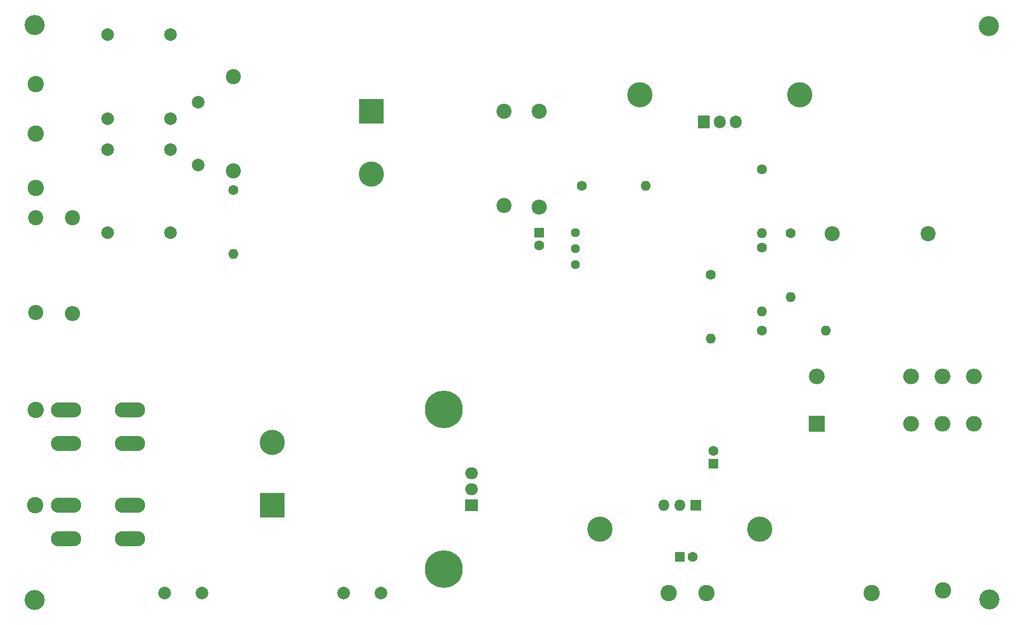
<source format=gbr>
G04 #@! TF.GenerationSoftware,KiCad,Pcbnew,(5.1.10-0-10_14)*
G04 #@! TF.CreationDate,2021-07-29T19:40:43+02:00*
G04 #@! TF.ProjectId,hv-power-supply-v1,68762d70-6f77-4657-922d-737570706c79,rev?*
G04 #@! TF.SameCoordinates,Original*
G04 #@! TF.FileFunction,Soldermask,Bot*
G04 #@! TF.FilePolarity,Negative*
%FSLAX46Y46*%
G04 Gerber Fmt 4.6, Leading zero omitted, Abs format (unit mm)*
G04 Created by KiCad (PCBNEW (5.1.10-0-10_14)) date 2021-07-29 19:40:43*
%MOMM*%
%LPD*%
G01*
G04 APERTURE LIST*
%ADD10O,1.600000X1.600000*%
%ADD11C,1.600000*%
%ADD12C,2.400000*%
%ADD13C,2.000000*%
%ADD14C,6.000000*%
%ADD15C,4.000000*%
%ADD16R,4.000000X4.000000*%
%ADD17R,2.000000X1.905000*%
%ADD18O,2.000000X1.905000*%
%ADD19O,2.400000X2.400000*%
%ADD20O,4.800600X2.400300*%
%ADD21R,1.600000X1.600000*%
%ADD22O,1.905000X2.000000*%
%ADD23R,1.905000X2.000000*%
%ADD24C,2.600000*%
%ADD25C,1.440000*%
%ADD26O,2.500000X2.500000*%
%ADD27R,2.500000X2.500000*%
%ADD28R,1.800000X1.800000*%
%ADD29O,1.800000X1.800000*%
%ADD30C,3.200000*%
G04 APERTURE END LIST*
D10*
X90805000Y-85788500D03*
D11*
X90805000Y-75628500D03*
D12*
X90805000Y-57594500D03*
X90805000Y-72594500D03*
D13*
X85217000Y-61628000D03*
X85217000Y-71628000D03*
D14*
X124206000Y-135890000D03*
X124206000Y-110490000D03*
D15*
X96990000Y-115753000D03*
D16*
X96990000Y-125753000D03*
D17*
X128613000Y-125753000D03*
D18*
X128613000Y-123213000D03*
X128613000Y-120673000D03*
D15*
X155410000Y-60475000D03*
X180810000Y-60475000D03*
X149060000Y-129563000D03*
X174460000Y-129563000D03*
D19*
X185991500Y-82550000D03*
D12*
X201231500Y-82550000D03*
D20*
X64224000Y-110640000D03*
X74384000Y-110640000D03*
X74384000Y-131087000D03*
X64224000Y-131087000D03*
X74384000Y-125753000D03*
X64224000Y-125753000D03*
X64224000Y-115974000D03*
X74384000Y-115974000D03*
D11*
X167094000Y-117149000D03*
D21*
X167094000Y-119149000D03*
D19*
X65214500Y-95313500D03*
D12*
X65214500Y-80073500D03*
D13*
X70828000Y-69238000D03*
X80828000Y-69238000D03*
X70828000Y-82446000D03*
X80828000Y-82446000D03*
X70828000Y-64285000D03*
X80828000Y-64285000D03*
X70828000Y-50950000D03*
X80828000Y-50950000D03*
D10*
X166649500Y-99273500D03*
D11*
X166649500Y-89113500D03*
D10*
X156337000Y-74930000D03*
D11*
X146177000Y-74930000D03*
D10*
X174777500Y-82509500D03*
D11*
X174777500Y-72349500D03*
D22*
X170650000Y-64793000D03*
X168110000Y-64793000D03*
D23*
X165570000Y-64793000D03*
D24*
X165951000Y-139723000D03*
X159982000Y-139723000D03*
X59398000Y-110640000D03*
X59271000Y-125753000D03*
X59398000Y-75334000D03*
X59398000Y-66698000D03*
X59398000Y-58824000D03*
D11*
X163760000Y-134008000D03*
D21*
X161760000Y-134008000D03*
D25*
X145186500Y-87526000D03*
X145186500Y-84986000D03*
X145186500Y-82446000D03*
D26*
X183496000Y-105299000D03*
X198496000Y-105299000D03*
X203496000Y-105299000D03*
X208496000Y-105299000D03*
X208496000Y-112799000D03*
X203496000Y-112799000D03*
X198496000Y-112799000D03*
D27*
X183496000Y-112799000D03*
D10*
X179349500Y-92669500D03*
D11*
X179349500Y-82509500D03*
D19*
X139382500Y-78359000D03*
D12*
X139382500Y-63119000D03*
D10*
X184937500Y-98003500D03*
D11*
X174777500Y-98003500D03*
D10*
X174777500Y-94955500D03*
D11*
X174777500Y-84795500D03*
D13*
X108293000Y-139723000D03*
X114262000Y-139723000D03*
X79845000Y-139723000D03*
X85814000Y-139723000D03*
D24*
X192240000Y-139723000D03*
X203543000Y-139342000D03*
D11*
X139382500Y-84423000D03*
D21*
X139382500Y-82423000D03*
D12*
X133794500Y-63119000D03*
X133794500Y-78119000D03*
D15*
X112712500Y-73119000D03*
D16*
X112712500Y-63119000D03*
D12*
X59372500Y-95073500D03*
X59372500Y-80073500D03*
D28*
X164300000Y-125753000D03*
D29*
X161760000Y-125753000D03*
X159220000Y-125753000D03*
D30*
X210947000Y-140716000D03*
X59182000Y-140843000D03*
X210820000Y-49530000D03*
X59182000Y-49403000D03*
M02*

</source>
